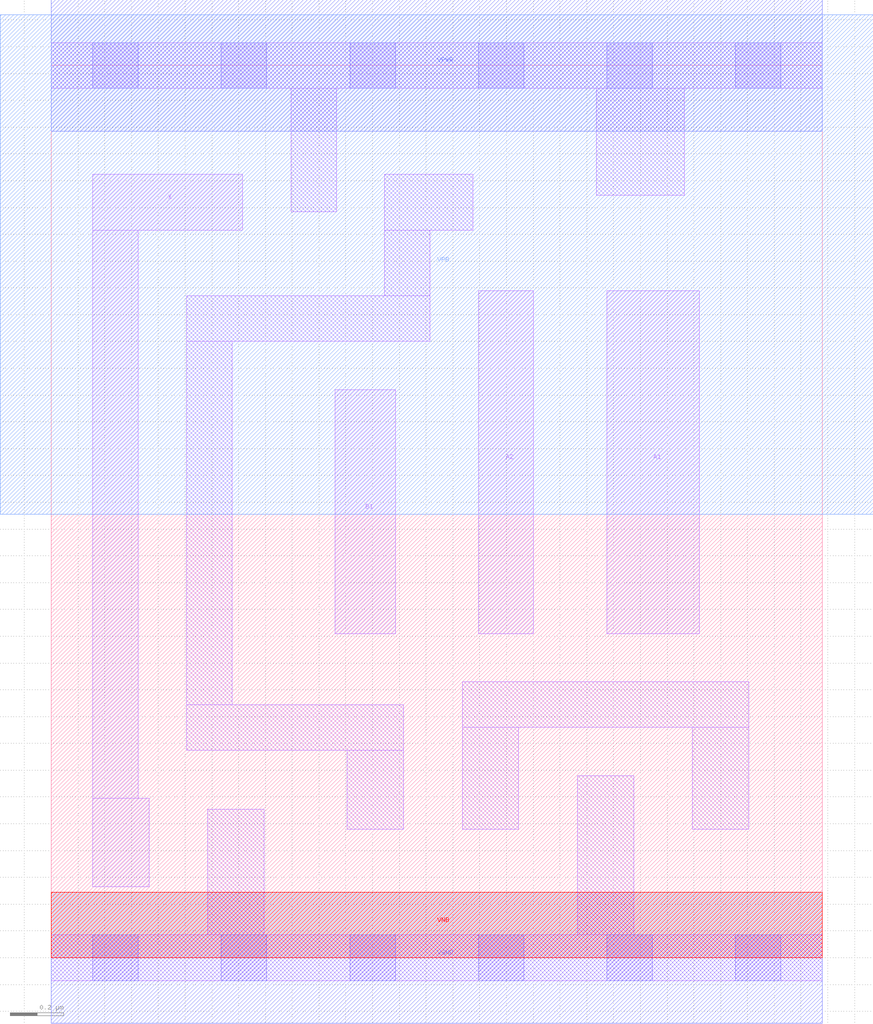
<source format=lef>
# Copyright 2020 The SkyWater PDK Authors
#
# Licensed under the Apache License, Version 2.0 (the "License");
# you may not use this file except in compliance with the License.
# You may obtain a copy of the License at
#
#     https://www.apache.org/licenses/LICENSE-2.0
#
# Unless required by applicable law or agreed to in writing, software
# distributed under the License is distributed on an "AS IS" BASIS,
# WITHOUT WARRANTIES OR CONDITIONS OF ANY KIND, either express or implied.
# See the License for the specific language governing permissions and
# limitations under the License.
#
# SPDX-License-Identifier: Apache-2.0

VERSION 5.7 ;
  NOWIREEXTENSIONATPIN ON ;
  DIVIDERCHAR "/" ;
  BUSBITCHARS "[]" ;
MACRO sky130_fd_sc_lp__o21a_m
  CLASS CORE ;
  FOREIGN sky130_fd_sc_lp__o21a_m ;
  ORIGIN  0.000000  0.000000 ;
  SIZE  2.880000 BY  3.330000 ;
  SYMMETRY X Y R90 ;
  SITE unit ;
  PIN A1
    ANTENNAGATEAREA  0.126000 ;
    DIRECTION INPUT ;
    USE SIGNAL ;
    PORT
      LAYER li1 ;
        RECT 2.075000 1.210000 2.420000 2.490000 ;
    END
  END A1
  PIN A2
    ANTENNAGATEAREA  0.126000 ;
    DIRECTION INPUT ;
    USE SIGNAL ;
    PORT
      LAYER li1 ;
        RECT 1.595000 1.210000 1.800000 2.490000 ;
    END
  END A2
  PIN B1
    ANTENNAGATEAREA  0.126000 ;
    DIRECTION INPUT ;
    USE SIGNAL ;
    PORT
      LAYER li1 ;
        RECT 1.060000 1.210000 1.285000 2.120000 ;
    END
  END B1
  PIN X
    ANTENNADIFFAREA  0.222600 ;
    DIRECTION OUTPUT ;
    USE SIGNAL ;
    PORT
      LAYER li1 ;
        RECT 0.155000 0.265000 0.365000 0.595000 ;
        RECT 0.155000 0.595000 0.325000 2.715000 ;
        RECT 0.155000 2.715000 0.715000 2.925000 ;
    END
  END X
  PIN VGND
    DIRECTION INOUT ;
    USE GROUND ;
    PORT
      LAYER met1 ;
        RECT 0.000000 -0.245000 2.880000 0.245000 ;
    END
  END VGND
  PIN VNB
    DIRECTION INOUT ;
    USE GROUND ;
    PORT
      LAYER pwell ;
        RECT 0.000000 0.000000 2.880000 0.245000 ;
    END
  END VNB
  PIN VPB
    DIRECTION INOUT ;
    USE POWER ;
    PORT
      LAYER nwell ;
        RECT -0.190000 1.655000 3.070000 3.520000 ;
    END
  END VPB
  PIN VPWR
    DIRECTION INOUT ;
    USE POWER ;
    PORT
      LAYER met1 ;
        RECT 0.000000 3.085000 2.880000 3.575000 ;
    END
  END VPWR
  OBS
    LAYER li1 ;
      RECT 0.000000 -0.085000 2.880000 0.085000 ;
      RECT 0.000000  3.245000 2.880000 3.415000 ;
      RECT 0.505000  0.775000 1.315000 0.945000 ;
      RECT 0.505000  0.945000 0.675000 2.300000 ;
      RECT 0.505000  2.300000 1.415000 2.470000 ;
      RECT 0.585000  0.085000 0.795000 0.555000 ;
      RECT 0.895000  2.785000 1.065000 3.245000 ;
      RECT 1.105000  0.480000 1.315000 0.775000 ;
      RECT 1.245000  2.470000 1.415000 2.715000 ;
      RECT 1.245000  2.715000 1.575000 2.925000 ;
      RECT 1.535000  0.480000 1.745000 0.860000 ;
      RECT 1.535000  0.860000 2.605000 1.030000 ;
      RECT 1.965000  0.085000 2.175000 0.680000 ;
      RECT 2.035000  2.845000 2.365000 3.245000 ;
      RECT 2.395000  0.480000 2.605000 0.860000 ;
    LAYER mcon ;
      RECT 0.155000 -0.085000 0.325000 0.085000 ;
      RECT 0.155000  3.245000 0.325000 3.415000 ;
      RECT 0.635000 -0.085000 0.805000 0.085000 ;
      RECT 0.635000  3.245000 0.805000 3.415000 ;
      RECT 1.115000 -0.085000 1.285000 0.085000 ;
      RECT 1.115000  3.245000 1.285000 3.415000 ;
      RECT 1.595000 -0.085000 1.765000 0.085000 ;
      RECT 1.595000  3.245000 1.765000 3.415000 ;
      RECT 2.075000 -0.085000 2.245000 0.085000 ;
      RECT 2.075000  3.245000 2.245000 3.415000 ;
      RECT 2.555000 -0.085000 2.725000 0.085000 ;
      RECT 2.555000  3.245000 2.725000 3.415000 ;
  END
END sky130_fd_sc_lp__o21a_m
END LIBRARY

</source>
